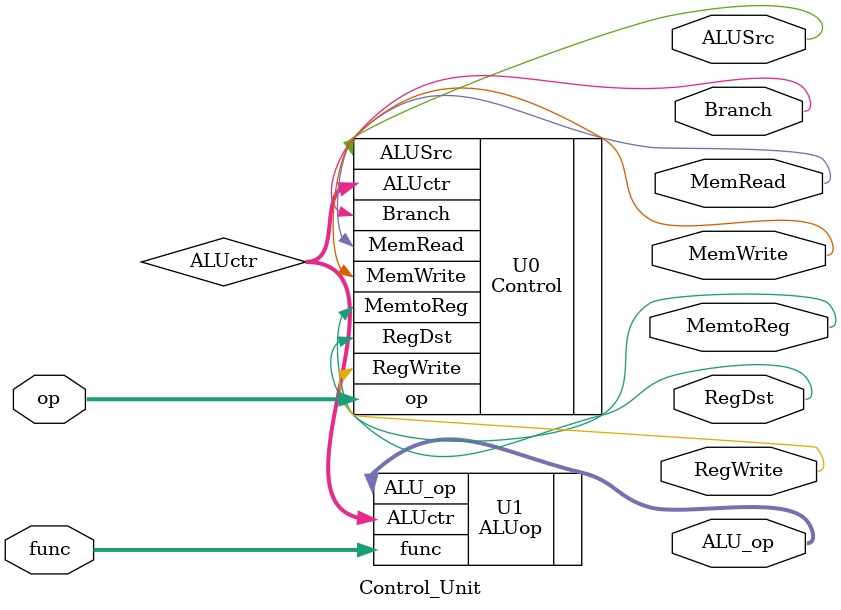
<source format=v>
`timescale 1ns / 1ps
module Control_Unit(
	input [5:0] op, func,
	output RegDst, RegWrite, ALUSrc,
	output MemWrite, MemRead, MemtoReg,
	output Branch,
	output [2:0] ALU_op
    );

	wire[1:0] ALUctr;
	Control U0( .op(op),
					.RegDst(RegDst),
					.RegWrite(RegWrite),
					.ALUSrc(ALUSrc),
					.MemWrite(MemWrite),
					.MemRead(MemRead),
					.MemtoReg(MemtoReg),
					.Branch(Branch),
					.ALUctr(ALUctr));
	
	ALUop U1(.func(func),.ALUctr(ALUctr),.ALU_op(ALU_op));
									
endmodule

</source>
